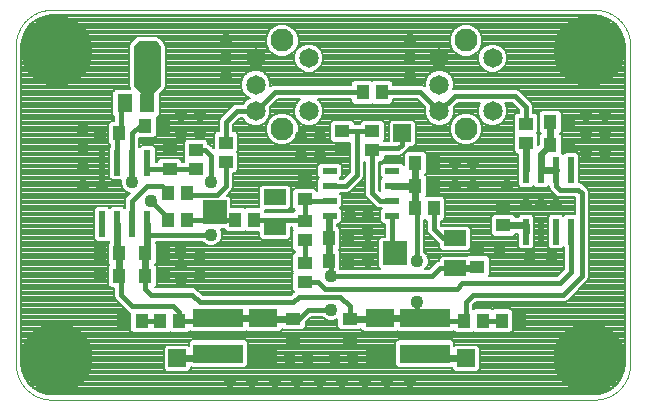
<source format=gtl>
G75*
%MOIN*%
%OFA0B0*%
%FSLAX25Y25*%
%IPPOS*%
%LPD*%
%AMOC8*
5,1,8,0,0,1.08239X$1,22.5*
%
%ADD10C,0.00394*%
%ADD11R,0.02362X0.08661*%
%ADD12R,0.04331X0.05118*%
%ADD13R,0.09449X0.06299*%
%ADD14R,0.07480X0.05197*%
%ADD15R,0.07874X0.07874*%
%ADD16R,0.05118X0.02362*%
%ADD17R,0.05118X0.04331*%
%ADD18R,0.05118X0.06299*%
%ADD19R,0.16535X0.06299*%
%ADD20C,0.06496*%
%ADD21C,0.07677*%
%ADD22C,0.23622*%
%ADD23C,0.00800*%
%ADD24C,0.04362*%
%ADD25C,0.01600*%
%ADD26C,0.02400*%
%ADD27R,0.05906X0.05906*%
D10*
X0032280Y0024681D02*
X0213383Y0024681D01*
X0213668Y0024684D01*
X0213954Y0024695D01*
X0214239Y0024712D01*
X0214523Y0024736D01*
X0214807Y0024767D01*
X0215090Y0024805D01*
X0215371Y0024850D01*
X0215652Y0024901D01*
X0215932Y0024959D01*
X0216210Y0025024D01*
X0216486Y0025096D01*
X0216760Y0025174D01*
X0217033Y0025259D01*
X0217303Y0025351D01*
X0217571Y0025449D01*
X0217837Y0025553D01*
X0218100Y0025664D01*
X0218360Y0025781D01*
X0218618Y0025904D01*
X0218872Y0026034D01*
X0219123Y0026170D01*
X0219371Y0026311D01*
X0219615Y0026459D01*
X0219856Y0026612D01*
X0220092Y0026772D01*
X0220325Y0026937D01*
X0220554Y0027107D01*
X0220779Y0027283D01*
X0220999Y0027465D01*
X0221215Y0027651D01*
X0221426Y0027843D01*
X0221633Y0028040D01*
X0221835Y0028242D01*
X0222032Y0028449D01*
X0222224Y0028660D01*
X0222410Y0028876D01*
X0222592Y0029096D01*
X0222768Y0029321D01*
X0222938Y0029550D01*
X0223103Y0029783D01*
X0223263Y0030019D01*
X0223416Y0030260D01*
X0223564Y0030504D01*
X0223705Y0030752D01*
X0223841Y0031003D01*
X0223971Y0031257D01*
X0224094Y0031515D01*
X0224211Y0031775D01*
X0224322Y0032038D01*
X0224426Y0032304D01*
X0224524Y0032572D01*
X0224616Y0032842D01*
X0224701Y0033115D01*
X0224779Y0033389D01*
X0224851Y0033665D01*
X0224916Y0033943D01*
X0224974Y0034223D01*
X0225025Y0034504D01*
X0225070Y0034785D01*
X0225108Y0035068D01*
X0225139Y0035352D01*
X0225163Y0035636D01*
X0225180Y0035921D01*
X0225191Y0036207D01*
X0225194Y0036492D01*
X0225194Y0142791D01*
X0225191Y0143076D01*
X0225180Y0143362D01*
X0225163Y0143647D01*
X0225139Y0143931D01*
X0225108Y0144215D01*
X0225070Y0144498D01*
X0225025Y0144779D01*
X0224974Y0145060D01*
X0224916Y0145340D01*
X0224851Y0145618D01*
X0224779Y0145894D01*
X0224701Y0146168D01*
X0224616Y0146441D01*
X0224524Y0146711D01*
X0224426Y0146979D01*
X0224322Y0147245D01*
X0224211Y0147508D01*
X0224094Y0147768D01*
X0223971Y0148026D01*
X0223841Y0148280D01*
X0223705Y0148531D01*
X0223564Y0148779D01*
X0223416Y0149023D01*
X0223263Y0149264D01*
X0223103Y0149500D01*
X0222938Y0149733D01*
X0222768Y0149962D01*
X0222592Y0150187D01*
X0222410Y0150407D01*
X0222224Y0150623D01*
X0222032Y0150834D01*
X0221835Y0151041D01*
X0221633Y0151243D01*
X0221426Y0151440D01*
X0221215Y0151632D01*
X0220999Y0151818D01*
X0220779Y0152000D01*
X0220554Y0152176D01*
X0220325Y0152346D01*
X0220092Y0152511D01*
X0219856Y0152671D01*
X0219615Y0152824D01*
X0219371Y0152972D01*
X0219123Y0153113D01*
X0218872Y0153249D01*
X0218618Y0153379D01*
X0218360Y0153502D01*
X0218100Y0153619D01*
X0217837Y0153730D01*
X0217571Y0153834D01*
X0217303Y0153932D01*
X0217033Y0154024D01*
X0216760Y0154109D01*
X0216486Y0154187D01*
X0216210Y0154259D01*
X0215932Y0154324D01*
X0215652Y0154382D01*
X0215371Y0154433D01*
X0215090Y0154478D01*
X0214807Y0154516D01*
X0214523Y0154547D01*
X0214239Y0154571D01*
X0213954Y0154588D01*
X0213668Y0154599D01*
X0213383Y0154602D01*
X0032280Y0154602D01*
X0031995Y0154599D01*
X0031709Y0154588D01*
X0031424Y0154571D01*
X0031140Y0154547D01*
X0030856Y0154516D01*
X0030573Y0154478D01*
X0030292Y0154433D01*
X0030011Y0154382D01*
X0029731Y0154324D01*
X0029453Y0154259D01*
X0029177Y0154187D01*
X0028903Y0154109D01*
X0028630Y0154024D01*
X0028360Y0153932D01*
X0028092Y0153834D01*
X0027826Y0153730D01*
X0027563Y0153619D01*
X0027303Y0153502D01*
X0027045Y0153379D01*
X0026791Y0153249D01*
X0026540Y0153113D01*
X0026292Y0152972D01*
X0026048Y0152824D01*
X0025807Y0152671D01*
X0025571Y0152511D01*
X0025338Y0152346D01*
X0025109Y0152176D01*
X0024884Y0152000D01*
X0024664Y0151818D01*
X0024448Y0151632D01*
X0024237Y0151440D01*
X0024030Y0151243D01*
X0023828Y0151041D01*
X0023631Y0150834D01*
X0023439Y0150623D01*
X0023253Y0150407D01*
X0023071Y0150187D01*
X0022895Y0149962D01*
X0022725Y0149733D01*
X0022560Y0149500D01*
X0022400Y0149264D01*
X0022247Y0149023D01*
X0022099Y0148779D01*
X0021958Y0148531D01*
X0021822Y0148280D01*
X0021692Y0148026D01*
X0021569Y0147768D01*
X0021452Y0147508D01*
X0021341Y0147245D01*
X0021237Y0146979D01*
X0021139Y0146711D01*
X0021047Y0146441D01*
X0020962Y0146168D01*
X0020884Y0145894D01*
X0020812Y0145618D01*
X0020747Y0145340D01*
X0020689Y0145060D01*
X0020638Y0144779D01*
X0020593Y0144498D01*
X0020555Y0144215D01*
X0020524Y0143931D01*
X0020500Y0143647D01*
X0020483Y0143362D01*
X0020472Y0143076D01*
X0020469Y0142791D01*
X0020469Y0036492D01*
X0020472Y0036207D01*
X0020483Y0035921D01*
X0020500Y0035636D01*
X0020524Y0035352D01*
X0020555Y0035068D01*
X0020593Y0034785D01*
X0020638Y0034504D01*
X0020689Y0034223D01*
X0020747Y0033943D01*
X0020812Y0033665D01*
X0020884Y0033389D01*
X0020962Y0033115D01*
X0021047Y0032842D01*
X0021139Y0032572D01*
X0021237Y0032304D01*
X0021341Y0032038D01*
X0021452Y0031775D01*
X0021569Y0031515D01*
X0021692Y0031257D01*
X0021822Y0031003D01*
X0021958Y0030752D01*
X0022099Y0030504D01*
X0022247Y0030260D01*
X0022400Y0030019D01*
X0022560Y0029783D01*
X0022725Y0029550D01*
X0022895Y0029321D01*
X0023071Y0029096D01*
X0023253Y0028876D01*
X0023439Y0028660D01*
X0023631Y0028449D01*
X0023828Y0028242D01*
X0024030Y0028040D01*
X0024237Y0027843D01*
X0024448Y0027651D01*
X0024664Y0027465D01*
X0024884Y0027283D01*
X0025109Y0027107D01*
X0025338Y0026937D01*
X0025571Y0026772D01*
X0025807Y0026612D01*
X0026048Y0026459D01*
X0026292Y0026311D01*
X0026540Y0026170D01*
X0026791Y0026034D01*
X0027045Y0025904D01*
X0027303Y0025781D01*
X0027563Y0025664D01*
X0027826Y0025553D01*
X0028092Y0025449D01*
X0028360Y0025351D01*
X0028630Y0025259D01*
X0028903Y0025174D01*
X0029177Y0025096D01*
X0029453Y0025024D01*
X0029731Y0024959D01*
X0030011Y0024901D01*
X0030292Y0024850D01*
X0030573Y0024805D01*
X0030856Y0024767D01*
X0031140Y0024736D01*
X0031424Y0024712D01*
X0031709Y0024695D01*
X0031995Y0024684D01*
X0032280Y0024681D01*
D11*
X0049219Y0083195D03*
X0054219Y0083195D03*
X0059219Y0083195D03*
X0064219Y0083195D03*
X0064219Y0103667D03*
X0059219Y0103667D03*
X0054219Y0103667D03*
X0049219Y0103667D03*
X0190469Y0101167D03*
X0195469Y0101167D03*
X0200469Y0101167D03*
X0205469Y0101167D03*
X0205469Y0080695D03*
X0200469Y0080695D03*
X0195469Y0080695D03*
X0190469Y0080695D03*
D12*
X0159869Y0088431D03*
X0153570Y0088431D03*
X0153570Y0095931D03*
X0159869Y0095931D03*
X0159869Y0103431D03*
X0153570Y0103431D03*
X0142369Y0127181D03*
X0136070Y0127181D03*
X0099869Y0084681D03*
X0093570Y0084681D03*
X0077369Y0084681D03*
X0071070Y0084681D03*
X0071070Y0093431D03*
X0077369Y0093431D03*
X0054869Y0113431D03*
X0048570Y0113431D03*
X0063570Y0115931D03*
X0069869Y0115931D03*
X0124820Y0078431D03*
X0131119Y0078431D03*
X0131119Y0070931D03*
X0124820Y0070931D03*
X0169820Y0050931D03*
X0176119Y0050931D03*
X0182320Y0050931D03*
X0188619Y0050931D03*
X0198570Y0109681D03*
X0204869Y0109681D03*
X0204869Y0117181D03*
X0198570Y0117181D03*
X0074869Y0050931D03*
X0068570Y0050931D03*
X0062369Y0050931D03*
X0056070Y0050931D03*
X0054869Y0065931D03*
X0048570Y0065931D03*
X0048570Y0073431D03*
X0054869Y0073431D03*
X0063570Y0073431D03*
X0069869Y0073431D03*
X0069869Y0065931D03*
X0063570Y0065931D03*
D13*
X0102969Y0051837D03*
X0102969Y0040026D03*
X0141719Y0040026D03*
X0141719Y0051837D03*
D14*
X0166719Y0068431D03*
X0166719Y0078431D03*
X0106719Y0082181D03*
X0106719Y0092181D03*
D15*
X0086719Y0087181D03*
X0146719Y0073431D03*
D16*
X0145902Y0085931D03*
X0145902Y0090931D03*
X0145902Y0095931D03*
X0145902Y0100931D03*
X0125036Y0100931D03*
X0125036Y0095931D03*
X0125036Y0090931D03*
X0125036Y0085931D03*
D17*
X0116719Y0084081D03*
X0116719Y0077781D03*
X0116719Y0070331D03*
X0116719Y0064031D03*
X0112969Y0051581D03*
X0112969Y0045281D03*
X0131719Y0045281D03*
X0131719Y0051581D03*
X0174219Y0069031D03*
X0174219Y0075331D03*
X0182969Y0082781D03*
X0182969Y0089081D03*
X0190469Y0110281D03*
X0190469Y0116581D03*
X0139219Y0114081D03*
X0139219Y0107781D03*
X0129219Y0107781D03*
X0129219Y0114081D03*
X0116719Y0097831D03*
X0116719Y0091531D03*
X0090469Y0104031D03*
X0090469Y0110331D03*
X0080469Y0107831D03*
X0080469Y0101531D03*
X0071719Y0101531D03*
X0071719Y0107831D03*
D18*
X0064209Y0123431D03*
X0056729Y0123431D03*
D19*
X0087969Y0051837D03*
X0087969Y0040026D03*
X0156719Y0040026D03*
X0156719Y0051837D03*
D20*
X0161611Y0120823D03*
X0161611Y0129681D03*
X0161611Y0138539D03*
X0179327Y0138539D03*
X0179327Y0120823D03*
X0118077Y0120823D03*
X0100361Y0120823D03*
X0100361Y0129681D03*
X0100361Y0138539D03*
X0118077Y0138539D03*
D21*
X0109219Y0144445D03*
X0109219Y0114917D03*
X0170469Y0114917D03*
X0170469Y0144445D03*
D22*
X0211414Y0140823D03*
X0211414Y0038461D03*
X0034249Y0038461D03*
X0034249Y0140823D03*
D23*
X0022389Y0144358D02*
X0023357Y0147338D01*
X0025199Y0149872D01*
X0027734Y0151714D01*
X0030714Y0152682D01*
X0032280Y0152806D01*
X0213383Y0152806D01*
X0214949Y0152682D01*
X0217929Y0151714D01*
X0220464Y0149872D01*
X0222305Y0147338D01*
X0223273Y0144358D01*
X0223397Y0142791D01*
X0223397Y0036492D01*
X0223273Y0034926D01*
X0222305Y0031946D01*
X0220464Y0029411D01*
X0217929Y0027569D01*
X0214949Y0026601D01*
X0213383Y0026478D01*
X0032280Y0026478D01*
X0030714Y0026601D01*
X0027734Y0027569D01*
X0025199Y0029411D01*
X0023357Y0031946D01*
X0022389Y0034926D01*
X0022266Y0036492D01*
X0022266Y0142791D01*
X0022389Y0144358D01*
X0022422Y0144458D02*
X0059352Y0144458D01*
X0059110Y0144216D02*
X0059110Y0144216D01*
X0060360Y0145466D01*
X0061242Y0145831D01*
X0067197Y0145831D01*
X0068079Y0145466D01*
X0070004Y0143541D01*
X0070369Y0142658D01*
X0070369Y0129204D01*
X0070004Y0128322D01*
X0069329Y0127646D01*
X0068368Y0126686D01*
X0068368Y0119619D01*
X0067431Y0118681D01*
X0067335Y0118681D01*
X0067335Y0112709D01*
X0066398Y0111772D01*
X0061619Y0111772D01*
X0061619Y0109042D01*
X0061719Y0108942D01*
X0062375Y0109598D01*
X0066063Y0109598D01*
X0067000Y0108661D01*
X0067000Y0103931D01*
X0067560Y0103931D01*
X0067560Y0104360D01*
X0068497Y0105297D01*
X0074941Y0105297D01*
X0075878Y0104360D01*
X0075878Y0103931D01*
X0076310Y0103931D01*
X0076310Y0104360D01*
X0076632Y0104681D01*
X0076310Y0105003D01*
X0076310Y0110659D01*
X0077247Y0111596D01*
X0083691Y0111596D01*
X0084628Y0110659D01*
X0084628Y0109990D01*
X0084929Y0109865D01*
X0086310Y0108484D01*
X0086310Y0113159D01*
X0087247Y0114096D01*
X0088069Y0114096D01*
X0088069Y0117658D01*
X0088435Y0118541D01*
X0089110Y0119216D01*
X0092751Y0122857D01*
X0093633Y0123223D01*
X0096108Y0123223D01*
X0096251Y0123569D01*
X0097615Y0124933D01*
X0098385Y0125252D01*
X0097615Y0125571D01*
X0096251Y0126935D01*
X0095513Y0128717D01*
X0095513Y0130645D01*
X0096251Y0132427D01*
X0097615Y0133791D01*
X0099397Y0134529D01*
X0101325Y0134529D01*
X0103107Y0133791D01*
X0104471Y0132427D01*
X0105209Y0130645D01*
X0105209Y0129065D01*
X0105360Y0129216D01*
X0106242Y0129581D01*
X0132304Y0129581D01*
X0132304Y0130403D01*
X0133241Y0131340D01*
X0138898Y0131340D01*
X0139219Y0131019D01*
X0139541Y0131340D01*
X0145197Y0131340D01*
X0146134Y0130403D01*
X0146134Y0129581D01*
X0155730Y0129581D01*
X0156612Y0129216D01*
X0156763Y0129065D01*
X0156763Y0130645D01*
X0157501Y0132427D01*
X0158865Y0133791D01*
X0160647Y0134529D01*
X0162575Y0134529D01*
X0164357Y0133791D01*
X0165721Y0132427D01*
X0166459Y0130645D01*
X0166459Y0128717D01*
X0166299Y0128331D01*
X0187197Y0128331D01*
X0188079Y0127966D01*
X0188754Y0127291D01*
X0192504Y0123541D01*
X0192869Y0122658D01*
X0192869Y0120346D01*
X0193691Y0120346D01*
X0194628Y0119409D01*
X0194628Y0113753D01*
X0194307Y0113431D01*
X0194628Y0113110D01*
X0194628Y0109700D01*
X0194804Y0109876D01*
X0194804Y0112903D01*
X0195332Y0113431D01*
X0194804Y0113959D01*
X0194804Y0120403D01*
X0195741Y0121340D01*
X0201398Y0121340D01*
X0202335Y0120403D01*
X0202335Y0113959D01*
X0201807Y0113431D01*
X0202335Y0112903D01*
X0202335Y0107076D01*
X0202969Y0106442D01*
X0203625Y0107098D01*
X0207313Y0107098D01*
X0208250Y0106161D01*
X0208250Y0097081D01*
X0208447Y0097081D01*
X0209329Y0096716D01*
X0211254Y0094791D01*
X0211619Y0093908D01*
X0211619Y0065454D01*
X0211254Y0064572D01*
X0210579Y0063896D01*
X0204329Y0057646D01*
X0203447Y0057281D01*
X0173963Y0057281D01*
X0172869Y0056187D01*
X0172869Y0054869D01*
X0172969Y0054769D01*
X0173291Y0055090D01*
X0178947Y0055090D01*
X0179219Y0054818D01*
X0179491Y0055090D01*
X0185148Y0055090D01*
X0186085Y0054153D01*
X0186085Y0047709D01*
X0185148Y0046772D01*
X0179491Y0046772D01*
X0179219Y0047044D01*
X0178947Y0046772D01*
X0173291Y0046772D01*
X0172969Y0047094D01*
X0172648Y0046772D01*
X0166991Y0046772D01*
X0166163Y0047600D01*
X0165650Y0047087D01*
X0147789Y0047087D01*
X0147448Y0047428D01*
X0147106Y0047087D01*
X0136332Y0047087D01*
X0135395Y0048024D01*
X0135395Y0048269D01*
X0134941Y0047815D01*
X0128497Y0047815D01*
X0127560Y0048753D01*
X0127560Y0051455D01*
X0126221Y0050900D01*
X0124717Y0050900D01*
X0123327Y0051476D01*
X0122522Y0052281D01*
X0118963Y0052281D01*
X0117128Y0050446D01*
X0117128Y0048753D01*
X0116191Y0047815D01*
X0109747Y0047815D01*
X0109294Y0048269D01*
X0109294Y0048024D01*
X0108356Y0047087D01*
X0097582Y0047087D01*
X0097241Y0047428D01*
X0096900Y0047087D01*
X0079039Y0047087D01*
X0078525Y0047600D01*
X0077697Y0046772D01*
X0072041Y0046772D01*
X0071719Y0047094D01*
X0071398Y0046772D01*
X0065741Y0046772D01*
X0065469Y0047044D01*
X0065197Y0046772D01*
X0059541Y0046772D01*
X0058603Y0047709D01*
X0058603Y0053588D01*
X0057860Y0053896D01*
X0054110Y0057646D01*
X0053435Y0058322D01*
X0053069Y0059204D01*
X0053069Y0061772D01*
X0052041Y0061772D01*
X0051103Y0062709D01*
X0051103Y0069153D01*
X0051632Y0069681D01*
X0051103Y0070209D01*
X0051103Y0076653D01*
X0051419Y0076969D01*
X0051419Y0077620D01*
X0051063Y0077264D01*
X0047375Y0077264D01*
X0046438Y0078201D01*
X0046438Y0088188D01*
X0047375Y0089126D01*
X0051063Y0089126D01*
X0051719Y0088469D01*
X0052375Y0089126D01*
X0056063Y0089126D01*
X0056719Y0088469D01*
X0056819Y0088569D01*
X0056819Y0091408D01*
X0057185Y0092291D01*
X0057860Y0092966D01*
X0058345Y0093451D01*
X0057077Y0093976D01*
X0056014Y0095039D01*
X0055438Y0096429D01*
X0055438Y0097737D01*
X0052375Y0097737D01*
X0051438Y0098674D01*
X0051438Y0108661D01*
X0051819Y0109042D01*
X0051819Y0109494D01*
X0051103Y0110209D01*
X0051103Y0116653D01*
X0052041Y0117590D01*
X0053069Y0117590D01*
X0053069Y0119120D01*
X0052570Y0119619D01*
X0052570Y0127243D01*
X0053507Y0128181D01*
X0058575Y0128181D01*
X0058435Y0128322D01*
X0058069Y0129204D01*
X0058069Y0142658D01*
X0058435Y0143541D01*
X0059110Y0144216D01*
X0058553Y0143659D02*
X0022334Y0143659D01*
X0022271Y0142861D02*
X0058153Y0142861D01*
X0058069Y0142062D02*
X0022266Y0142062D01*
X0022266Y0141264D02*
X0058069Y0141264D01*
X0058069Y0140465D02*
X0022266Y0140465D01*
X0022266Y0139667D02*
X0058069Y0139667D01*
X0058069Y0138868D02*
X0022266Y0138868D01*
X0022266Y0138070D02*
X0058069Y0138070D01*
X0058069Y0137271D02*
X0022266Y0137271D01*
X0022266Y0136473D02*
X0058069Y0136473D01*
X0058069Y0135674D02*
X0022266Y0135674D01*
X0022266Y0134876D02*
X0058069Y0134876D01*
X0058069Y0134077D02*
X0022266Y0134077D01*
X0022266Y0133279D02*
X0058069Y0133279D01*
X0058069Y0132480D02*
X0022266Y0132480D01*
X0022266Y0131682D02*
X0058069Y0131682D01*
X0058069Y0130883D02*
X0022266Y0130883D01*
X0022266Y0130085D02*
X0058069Y0130085D01*
X0058069Y0129286D02*
X0022266Y0129286D01*
X0022266Y0128488D02*
X0058366Y0128488D01*
X0053016Y0127689D02*
X0022266Y0127689D01*
X0022266Y0126891D02*
X0052570Y0126891D01*
X0052570Y0126092D02*
X0022266Y0126092D01*
X0022266Y0125294D02*
X0052570Y0125294D01*
X0052570Y0124495D02*
X0022266Y0124495D01*
X0022266Y0123697D02*
X0052570Y0123697D01*
X0052570Y0122898D02*
X0022266Y0122898D01*
X0022266Y0122099D02*
X0052570Y0122099D01*
X0052570Y0121301D02*
X0022266Y0121301D01*
X0022266Y0120502D02*
X0052570Y0120502D01*
X0052570Y0119704D02*
X0022266Y0119704D01*
X0022266Y0118905D02*
X0053069Y0118905D01*
X0053069Y0118107D02*
X0022266Y0118107D01*
X0022266Y0117308D02*
X0051759Y0117308D01*
X0051103Y0116510D02*
X0022266Y0116510D01*
X0022266Y0115711D02*
X0051103Y0115711D01*
X0051103Y0114913D02*
X0022266Y0114913D01*
X0022266Y0114114D02*
X0051103Y0114114D01*
X0051103Y0113316D02*
X0022266Y0113316D01*
X0022266Y0112517D02*
X0051103Y0112517D01*
X0051103Y0111719D02*
X0022266Y0111719D01*
X0022266Y0110920D02*
X0051103Y0110920D01*
X0051191Y0110122D02*
X0022266Y0110122D01*
X0022266Y0109323D02*
X0051819Y0109323D01*
X0051438Y0108525D02*
X0022266Y0108525D01*
X0022266Y0107726D02*
X0051438Y0107726D01*
X0051438Y0106928D02*
X0022266Y0106928D01*
X0022266Y0106129D02*
X0051438Y0106129D01*
X0051438Y0105331D02*
X0022266Y0105331D01*
X0022266Y0104532D02*
X0051438Y0104532D01*
X0051438Y0103734D02*
X0022266Y0103734D01*
X0022266Y0102935D02*
X0051438Y0102935D01*
X0051438Y0102137D02*
X0022266Y0102137D01*
X0022266Y0101338D02*
X0051438Y0101338D01*
X0051438Y0100540D02*
X0022266Y0100540D01*
X0022266Y0099741D02*
X0051438Y0099741D01*
X0051438Y0098943D02*
X0022266Y0098943D01*
X0022266Y0098144D02*
X0051968Y0098144D01*
X0055438Y0097346D02*
X0022266Y0097346D01*
X0022266Y0096547D02*
X0055438Y0096547D01*
X0055720Y0095749D02*
X0022266Y0095749D01*
X0022266Y0094950D02*
X0056103Y0094950D01*
X0056901Y0094152D02*
X0022266Y0094152D01*
X0022266Y0093353D02*
X0058247Y0093353D01*
X0057449Y0092555D02*
X0022266Y0092555D01*
X0022266Y0091756D02*
X0056963Y0091756D01*
X0056819Y0090958D02*
X0022266Y0090958D01*
X0022266Y0090159D02*
X0056819Y0090159D01*
X0056819Y0089361D02*
X0022266Y0089361D01*
X0022266Y0088562D02*
X0046812Y0088562D01*
X0046438Y0087763D02*
X0022266Y0087763D01*
X0022266Y0086965D02*
X0046438Y0086965D01*
X0046438Y0086166D02*
X0022266Y0086166D01*
X0022266Y0085368D02*
X0046438Y0085368D01*
X0046438Y0084569D02*
X0022266Y0084569D01*
X0022266Y0083771D02*
X0046438Y0083771D01*
X0046438Y0082972D02*
X0022266Y0082972D01*
X0022266Y0082174D02*
X0046438Y0082174D01*
X0046438Y0081375D02*
X0022266Y0081375D01*
X0022266Y0080577D02*
X0046438Y0080577D01*
X0046438Y0079778D02*
X0022266Y0079778D01*
X0022266Y0078980D02*
X0046438Y0078980D01*
X0046458Y0078181D02*
X0022266Y0078181D01*
X0022266Y0077383D02*
X0047257Y0077383D01*
X0051182Y0077383D02*
X0051419Y0077383D01*
X0051103Y0076584D02*
X0022266Y0076584D01*
X0022266Y0075786D02*
X0051103Y0075786D01*
X0051103Y0074987D02*
X0022266Y0074987D01*
X0022266Y0074189D02*
X0051103Y0074189D01*
X0051103Y0073390D02*
X0022266Y0073390D01*
X0022266Y0072592D02*
X0051103Y0072592D01*
X0051103Y0071793D02*
X0022266Y0071793D01*
X0022266Y0070995D02*
X0051103Y0070995D01*
X0051116Y0070196D02*
X0022266Y0070196D01*
X0022266Y0069398D02*
X0051348Y0069398D01*
X0051103Y0068599D02*
X0022266Y0068599D01*
X0022266Y0067801D02*
X0051103Y0067801D01*
X0051103Y0067002D02*
X0022266Y0067002D01*
X0022266Y0066204D02*
X0051103Y0066204D01*
X0051103Y0065405D02*
X0022266Y0065405D01*
X0022266Y0064607D02*
X0051103Y0064607D01*
X0051103Y0063808D02*
X0022266Y0063808D01*
X0022266Y0063010D02*
X0051103Y0063010D01*
X0051602Y0062211D02*
X0022266Y0062211D01*
X0022266Y0061413D02*
X0053069Y0061413D01*
X0053069Y0060614D02*
X0022266Y0060614D01*
X0022266Y0059816D02*
X0053069Y0059816D01*
X0053146Y0059017D02*
X0022266Y0059017D01*
X0022266Y0058219D02*
X0053538Y0058219D01*
X0054336Y0057420D02*
X0022266Y0057420D01*
X0022266Y0056622D02*
X0055135Y0056622D01*
X0055933Y0055823D02*
X0022266Y0055823D01*
X0022266Y0055025D02*
X0056732Y0055025D01*
X0057530Y0054226D02*
X0022266Y0054226D01*
X0022266Y0053428D02*
X0058603Y0053428D01*
X0058603Y0052629D02*
X0022266Y0052629D01*
X0022266Y0051830D02*
X0058603Y0051830D01*
X0058603Y0051032D02*
X0022266Y0051032D01*
X0022266Y0050233D02*
X0058603Y0050233D01*
X0058603Y0049435D02*
X0022266Y0049435D01*
X0022266Y0048636D02*
X0058603Y0048636D01*
X0058603Y0047838D02*
X0022266Y0047838D01*
X0022266Y0047039D02*
X0059273Y0047039D01*
X0065464Y0047039D02*
X0065474Y0047039D01*
X0071665Y0047039D02*
X0071773Y0047039D01*
X0070604Y0042984D02*
X0069666Y0042047D01*
X0069666Y0034816D01*
X0070604Y0033878D01*
X0077835Y0033878D01*
X0078772Y0034816D01*
X0078772Y0035543D01*
X0079039Y0035276D01*
X0096900Y0035276D01*
X0097837Y0036213D01*
X0097837Y0043838D01*
X0096900Y0044775D01*
X0079039Y0044775D01*
X0078101Y0043838D01*
X0078101Y0042717D01*
X0077835Y0042984D01*
X0070604Y0042984D01*
X0069868Y0042248D02*
X0022266Y0042248D01*
X0022266Y0041450D02*
X0069666Y0041450D01*
X0069666Y0040651D02*
X0022266Y0040651D01*
X0022266Y0039853D02*
X0069666Y0039853D01*
X0069666Y0039054D02*
X0022266Y0039054D01*
X0022266Y0038256D02*
X0069666Y0038256D01*
X0069666Y0037457D02*
X0022266Y0037457D01*
X0022266Y0036659D02*
X0069666Y0036659D01*
X0069666Y0035860D02*
X0022316Y0035860D01*
X0022379Y0035062D02*
X0069666Y0035062D01*
X0070219Y0034263D02*
X0022604Y0034263D01*
X0022864Y0033465D02*
X0222799Y0033465D01*
X0223058Y0034263D02*
X0174470Y0034263D01*
X0174085Y0033878D02*
X0175022Y0034816D01*
X0175022Y0042047D01*
X0174085Y0042984D01*
X0166854Y0042984D01*
X0166587Y0042717D01*
X0166587Y0043838D01*
X0165650Y0044775D01*
X0147789Y0044775D01*
X0146851Y0043838D01*
X0146851Y0036213D01*
X0147789Y0035276D01*
X0165650Y0035276D01*
X0165916Y0035543D01*
X0165916Y0034816D01*
X0166854Y0033878D01*
X0174085Y0033878D01*
X0175022Y0035062D02*
X0223284Y0035062D01*
X0223347Y0035860D02*
X0175022Y0035860D01*
X0175022Y0036659D02*
X0223397Y0036659D01*
X0223397Y0037457D02*
X0175022Y0037457D01*
X0175022Y0038256D02*
X0223397Y0038256D01*
X0223397Y0039054D02*
X0175022Y0039054D01*
X0175022Y0039853D02*
X0223397Y0039853D01*
X0223397Y0040651D02*
X0175022Y0040651D01*
X0175022Y0041450D02*
X0223397Y0041450D01*
X0223397Y0042248D02*
X0174820Y0042248D01*
X0173023Y0047039D02*
X0172915Y0047039D01*
X0179214Y0047039D02*
X0179224Y0047039D01*
X0185415Y0047039D02*
X0223397Y0047039D01*
X0223397Y0046241D02*
X0022266Y0046241D01*
X0022266Y0045442D02*
X0223397Y0045442D01*
X0223397Y0044644D02*
X0165781Y0044644D01*
X0166579Y0043845D02*
X0223397Y0043845D01*
X0223397Y0043047D02*
X0166587Y0043047D01*
X0166724Y0047039D02*
X0077964Y0047039D01*
X0078907Y0044644D02*
X0022266Y0044644D01*
X0022266Y0043845D02*
X0078109Y0043845D01*
X0078101Y0043047D02*
X0022266Y0043047D01*
X0023123Y0032666D02*
X0222539Y0032666D01*
X0222249Y0031868D02*
X0023414Y0031868D01*
X0023994Y0031069D02*
X0221668Y0031069D01*
X0221088Y0030271D02*
X0024575Y0030271D01*
X0025155Y0029472D02*
X0220508Y0029472D01*
X0219449Y0028674D02*
X0026214Y0028674D01*
X0027313Y0027875D02*
X0218350Y0027875D01*
X0216412Y0027077D02*
X0029250Y0027077D01*
X0078220Y0034263D02*
X0166469Y0034263D01*
X0165916Y0035062D02*
X0078772Y0035062D01*
X0097031Y0044644D02*
X0147657Y0044644D01*
X0146859Y0043845D02*
X0097829Y0043845D01*
X0097837Y0043047D02*
X0146851Y0043047D01*
X0146851Y0042248D02*
X0097837Y0042248D01*
X0097837Y0041450D02*
X0146851Y0041450D01*
X0146851Y0040651D02*
X0097837Y0040651D01*
X0097837Y0039853D02*
X0146851Y0039853D01*
X0146851Y0039054D02*
X0097837Y0039054D01*
X0097837Y0038256D02*
X0146851Y0038256D01*
X0146851Y0037457D02*
X0097837Y0037457D01*
X0097837Y0036659D02*
X0146851Y0036659D01*
X0147204Y0035860D02*
X0097484Y0035860D01*
X0109107Y0047838D02*
X0109725Y0047838D01*
X0116214Y0047838D02*
X0128475Y0047838D01*
X0127676Y0048636D02*
X0117012Y0048636D01*
X0117128Y0049435D02*
X0127560Y0049435D01*
X0127560Y0050233D02*
X0117128Y0050233D01*
X0117714Y0051032D02*
X0124398Y0051032D01*
X0122972Y0051830D02*
X0118513Y0051830D01*
X0126540Y0051032D02*
X0127560Y0051032D01*
X0134964Y0047838D02*
X0135581Y0047838D01*
X0113079Y0060685D02*
X0112810Y0060416D01*
X0111975Y0059581D01*
X0082713Y0059581D01*
X0080579Y0061716D01*
X0079697Y0062081D01*
X0066707Y0062081D01*
X0067335Y0062709D01*
X0067335Y0069153D01*
X0066807Y0069681D01*
X0067335Y0070209D01*
X0067335Y0076653D01*
X0067019Y0076969D01*
X0067019Y0077281D01*
X0082522Y0077281D01*
X0083327Y0076476D01*
X0084717Y0075900D01*
X0086221Y0075900D01*
X0087611Y0076476D01*
X0088675Y0077539D01*
X0089250Y0078929D01*
X0089250Y0080433D01*
X0088749Y0081644D01*
X0089804Y0081644D01*
X0089804Y0081459D01*
X0090741Y0080522D01*
X0096398Y0080522D01*
X0096719Y0080844D01*
X0097041Y0080522D01*
X0101379Y0080522D01*
X0101379Y0078920D01*
X0102316Y0077983D01*
X0111122Y0077983D01*
X0112059Y0078920D01*
X0112059Y0082281D01*
X0112560Y0082281D01*
X0112560Y0081253D01*
X0112882Y0080931D01*
X0112560Y0080610D01*
X0112560Y0074953D01*
X0113457Y0074056D01*
X0112560Y0073159D01*
X0112560Y0067503D01*
X0112882Y0067181D01*
X0112560Y0066860D01*
X0112560Y0061203D01*
X0113079Y0060685D01*
X0113008Y0060614D02*
X0081680Y0060614D01*
X0080882Y0061413D02*
X0112560Y0061413D01*
X0112560Y0062211D02*
X0066837Y0062211D01*
X0067335Y0063010D02*
X0112560Y0063010D01*
X0112560Y0063808D02*
X0067335Y0063808D01*
X0067335Y0064607D02*
X0112560Y0064607D01*
X0112560Y0065405D02*
X0067335Y0065405D01*
X0067335Y0066204D02*
X0112560Y0066204D01*
X0112703Y0067002D02*
X0067335Y0067002D01*
X0067335Y0067801D02*
X0112560Y0067801D01*
X0112560Y0068599D02*
X0067335Y0068599D01*
X0067090Y0069398D02*
X0112560Y0069398D01*
X0112560Y0070196D02*
X0067322Y0070196D01*
X0067335Y0070995D02*
X0112560Y0070995D01*
X0112560Y0071793D02*
X0067335Y0071793D01*
X0067335Y0072592D02*
X0112560Y0072592D01*
X0112792Y0073390D02*
X0067335Y0073390D01*
X0067335Y0074189D02*
X0113325Y0074189D01*
X0112560Y0074987D02*
X0067335Y0074987D01*
X0067335Y0075786D02*
X0112560Y0075786D01*
X0112560Y0076584D02*
X0087720Y0076584D01*
X0088518Y0077383D02*
X0112560Y0077383D01*
X0112560Y0078181D02*
X0111321Y0078181D01*
X0112059Y0078980D02*
X0112560Y0078980D01*
X0112560Y0079778D02*
X0112059Y0079778D01*
X0112059Y0080577D02*
X0112560Y0080577D01*
X0112560Y0081375D02*
X0112059Y0081375D01*
X0112059Y0082174D02*
X0112560Y0082174D01*
X0112732Y0087081D02*
X0103634Y0087081D01*
X0103634Y0087903D01*
X0103554Y0087983D01*
X0111122Y0087983D01*
X0112059Y0088920D01*
X0112059Y0095442D01*
X0111122Y0096380D01*
X0102316Y0096380D01*
X0101379Y0095442D01*
X0101379Y0088920D01*
X0101459Y0088840D01*
X0097041Y0088840D01*
X0096719Y0088519D01*
X0096398Y0088840D01*
X0092256Y0088840D01*
X0092256Y0091781D01*
X0091319Y0092718D01*
X0090650Y0092718D01*
X0091829Y0093896D01*
X0092504Y0094572D01*
X0092869Y0095454D01*
X0092869Y0100266D01*
X0093691Y0100266D01*
X0094628Y0101203D01*
X0094628Y0106860D01*
X0094307Y0107181D01*
X0094628Y0107503D01*
X0094628Y0113159D01*
X0093691Y0114096D01*
X0092869Y0114096D01*
X0092869Y0116187D01*
X0095105Y0118423D01*
X0096108Y0118423D01*
X0096251Y0118077D01*
X0097615Y0116713D01*
X0099397Y0115975D01*
X0101325Y0115975D01*
X0103107Y0116713D01*
X0104471Y0118077D01*
X0105209Y0119858D01*
X0105209Y0121787D01*
X0105066Y0122133D01*
X0107713Y0124781D01*
X0115180Y0124781D01*
X0113967Y0123569D01*
X0113229Y0121787D01*
X0113229Y0119858D01*
X0113967Y0118077D01*
X0115331Y0116713D01*
X0117113Y0115975D01*
X0119042Y0115975D01*
X0120824Y0116713D01*
X0122187Y0118077D01*
X0122925Y0119858D01*
X0122925Y0121787D01*
X0122187Y0123569D01*
X0120975Y0124781D01*
X0132304Y0124781D01*
X0132304Y0123959D01*
X0133241Y0123022D01*
X0138898Y0123022D01*
X0139219Y0123344D01*
X0139541Y0123022D01*
X0145197Y0123022D01*
X0146134Y0123959D01*
X0146134Y0124781D01*
X0154259Y0124781D01*
X0156906Y0122133D01*
X0156763Y0121787D01*
X0156763Y0119858D01*
X0157501Y0118077D01*
X0158865Y0116713D01*
X0160647Y0115975D01*
X0162575Y0115975D01*
X0164357Y0116713D01*
X0165721Y0118077D01*
X0166459Y0119858D01*
X0166459Y0121787D01*
X0166316Y0122133D01*
X0167713Y0123531D01*
X0175202Y0123531D01*
X0174479Y0121787D01*
X0174479Y0119858D01*
X0175217Y0118077D01*
X0176581Y0116713D01*
X0178363Y0115975D01*
X0180292Y0115975D01*
X0182074Y0116713D01*
X0183437Y0118077D01*
X0184175Y0119858D01*
X0184175Y0121787D01*
X0183453Y0123531D01*
X0185725Y0123531D01*
X0188069Y0121187D01*
X0188069Y0120346D01*
X0187247Y0120346D01*
X0186310Y0119409D01*
X0186310Y0113753D01*
X0186632Y0113431D01*
X0186310Y0113110D01*
X0186310Y0107453D01*
X0187247Y0106516D01*
X0187669Y0106516D01*
X0187669Y0100610D01*
X0187688Y0100565D01*
X0187688Y0096174D01*
X0188625Y0095237D01*
X0192313Y0095237D01*
X0192969Y0095893D01*
X0193625Y0095237D01*
X0197313Y0095237D01*
X0197969Y0095893D01*
X0198069Y0095793D01*
X0198069Y0095454D01*
X0198435Y0094572D01*
X0199685Y0093322D01*
X0200360Y0092646D01*
X0201242Y0092281D01*
X0206819Y0092281D01*
X0206819Y0086626D01*
X0203625Y0086626D01*
X0202969Y0085969D01*
X0202313Y0086626D01*
X0198625Y0086626D01*
X0197688Y0085688D01*
X0197688Y0075701D01*
X0198625Y0074764D01*
X0202313Y0074764D01*
X0202969Y0075420D01*
X0203069Y0075320D01*
X0203069Y0068175D01*
X0200725Y0065831D01*
X0178006Y0065831D01*
X0178378Y0066203D01*
X0178378Y0071860D01*
X0177441Y0072797D01*
X0170997Y0072797D01*
X0170830Y0072630D01*
X0162316Y0072630D01*
X0161379Y0071692D01*
X0161379Y0070831D01*
X0161242Y0070831D01*
X0160360Y0070466D01*
X0159685Y0069791D01*
X0158225Y0068331D01*
X0156966Y0068331D01*
X0157425Y0068789D01*
X0158000Y0070179D01*
X0158000Y0071683D01*
X0157425Y0073073D01*
X0156619Y0073878D01*
X0156619Y0084494D01*
X0156719Y0084594D01*
X0157041Y0084272D01*
X0157469Y0084272D01*
X0157469Y0081054D01*
X0157834Y0080172D01*
X0158509Y0079497D01*
X0161379Y0076627D01*
X0161379Y0075170D01*
X0162316Y0074233D01*
X0171122Y0074233D01*
X0172059Y0075170D01*
X0172059Y0081692D01*
X0171122Y0082630D01*
X0162316Y0082630D01*
X0162269Y0082582D01*
X0162269Y0084272D01*
X0162697Y0084272D01*
X0163634Y0085209D01*
X0163634Y0091653D01*
X0162697Y0092590D01*
X0157216Y0092590D01*
X0157335Y0092709D01*
X0157335Y0099153D01*
X0156807Y0099681D01*
X0157335Y0100209D01*
X0157335Y0106653D01*
X0156398Y0107590D01*
X0150741Y0107590D01*
X0149804Y0106653D01*
X0149804Y0103032D01*
X0149124Y0103712D01*
X0142680Y0103712D01*
X0141743Y0102775D01*
X0141743Y0099087D01*
X0142399Y0098431D01*
X0141743Y0097775D01*
X0141743Y0094301D01*
X0141619Y0094425D01*
X0141619Y0104016D01*
X0142441Y0104016D01*
X0143378Y0104953D01*
X0143378Y0106031D01*
X0148447Y0106031D01*
X0149329Y0106396D01*
X0150004Y0107072D01*
X0151254Y0108322D01*
X0151484Y0108878D01*
X0152835Y0108878D01*
X0153772Y0109816D01*
X0153772Y0117047D01*
X0152835Y0117984D01*
X0145604Y0117984D01*
X0144666Y0117047D01*
X0144666Y0110831D01*
X0143157Y0110831D01*
X0143057Y0110931D01*
X0143378Y0111253D01*
X0143378Y0116909D01*
X0142441Y0117846D01*
X0135997Y0117846D01*
X0135060Y0116909D01*
X0135060Y0116481D01*
X0133378Y0116481D01*
X0133378Y0116909D01*
X0132441Y0117846D01*
X0125997Y0117846D01*
X0125060Y0116909D01*
X0125060Y0111253D01*
X0125997Y0110315D01*
X0131819Y0110315D01*
X0131819Y0100675D01*
X0129475Y0098331D01*
X0128639Y0098331D01*
X0128539Y0098431D01*
X0129195Y0099087D01*
X0129195Y0102775D01*
X0128258Y0103712D01*
X0121814Y0103712D01*
X0120877Y0102775D01*
X0120877Y0099087D01*
X0121533Y0098431D01*
X0120877Y0097775D01*
X0120877Y0094361D01*
X0119941Y0095297D01*
X0113497Y0095297D01*
X0112560Y0094360D01*
X0112560Y0088703D01*
X0113457Y0087806D01*
X0112732Y0087081D01*
X0113415Y0087763D02*
X0103634Y0087763D01*
X0101379Y0089361D02*
X0092256Y0089361D01*
X0092256Y0090159D02*
X0101379Y0090159D01*
X0101379Y0090958D02*
X0092256Y0090958D01*
X0092256Y0091756D02*
X0101379Y0091756D01*
X0101379Y0092555D02*
X0091482Y0092555D01*
X0091285Y0093353D02*
X0101379Y0093353D01*
X0101379Y0094152D02*
X0092084Y0094152D01*
X0092661Y0094950D02*
X0101379Y0094950D01*
X0101685Y0095749D02*
X0092869Y0095749D01*
X0092869Y0096547D02*
X0120877Y0096547D01*
X0120877Y0095749D02*
X0111753Y0095749D01*
X0112059Y0094950D02*
X0113151Y0094950D01*
X0112560Y0094152D02*
X0112059Y0094152D01*
X0112059Y0093353D02*
X0112560Y0093353D01*
X0112560Y0092555D02*
X0112059Y0092555D01*
X0112059Y0091756D02*
X0112560Y0091756D01*
X0112560Y0090958D02*
X0112059Y0090958D01*
X0112059Y0090159D02*
X0112560Y0090159D01*
X0112560Y0089361D02*
X0112059Y0089361D01*
X0111701Y0088562D02*
X0112701Y0088562D01*
X0120288Y0094950D02*
X0120877Y0094950D01*
X0120877Y0097346D02*
X0092869Y0097346D01*
X0092869Y0098144D02*
X0121246Y0098144D01*
X0121022Y0098943D02*
X0092869Y0098943D01*
X0092869Y0099741D02*
X0120877Y0099741D01*
X0120877Y0100540D02*
X0093964Y0100540D01*
X0094628Y0101338D02*
X0120877Y0101338D01*
X0120877Y0102137D02*
X0094628Y0102137D01*
X0094628Y0102935D02*
X0121037Y0102935D01*
X0129035Y0102935D02*
X0131819Y0102935D01*
X0131819Y0102137D02*
X0129195Y0102137D01*
X0129195Y0101338D02*
X0131819Y0101338D01*
X0131684Y0100540D02*
X0129195Y0100540D01*
X0129195Y0099741D02*
X0130885Y0099741D01*
X0130087Y0098943D02*
X0129051Y0098943D01*
X0132882Y0094950D02*
X0136819Y0094950D01*
X0136819Y0094152D02*
X0132084Y0094152D01*
X0131829Y0093896D02*
X0135579Y0097646D01*
X0136254Y0098322D01*
X0136619Y0099204D01*
X0136619Y0104016D01*
X0136819Y0104016D01*
X0136819Y0092954D01*
X0137185Y0092072D01*
X0137860Y0091396D01*
X0140360Y0088896D01*
X0141242Y0088531D01*
X0142299Y0088531D01*
X0142399Y0088431D01*
X0141743Y0087775D01*
X0141743Y0084087D01*
X0142680Y0083150D01*
X0143502Y0083150D01*
X0143502Y0078968D01*
X0142119Y0078968D01*
X0141182Y0078031D01*
X0141182Y0068831D01*
X0141682Y0068331D01*
X0128585Y0068331D01*
X0128585Y0074153D01*
X0128057Y0074681D01*
X0128585Y0075209D01*
X0128585Y0081653D01*
X0127648Y0082590D01*
X0127620Y0082590D01*
X0127620Y0083150D01*
X0128258Y0083150D01*
X0129195Y0084087D01*
X0129195Y0087775D01*
X0128539Y0088431D01*
X0129195Y0089087D01*
X0129195Y0092775D01*
X0128539Y0093431D01*
X0128639Y0093531D01*
X0130947Y0093531D01*
X0131829Y0093896D01*
X0133681Y0095749D02*
X0136819Y0095749D01*
X0136819Y0096547D02*
X0134479Y0096547D01*
X0135278Y0097346D02*
X0136819Y0097346D01*
X0136819Y0098144D02*
X0136076Y0098144D01*
X0136511Y0098943D02*
X0136819Y0098943D01*
X0136819Y0099741D02*
X0136619Y0099741D01*
X0136619Y0100540D02*
X0136819Y0100540D01*
X0136819Y0101338D02*
X0136619Y0101338D01*
X0136619Y0102137D02*
X0136819Y0102137D01*
X0136819Y0102935D02*
X0136619Y0102935D01*
X0136619Y0103734D02*
X0136819Y0103734D01*
X0141619Y0103734D02*
X0149804Y0103734D01*
X0149804Y0104532D02*
X0142957Y0104532D01*
X0143378Y0105331D02*
X0149804Y0105331D01*
X0149804Y0106129D02*
X0148684Y0106129D01*
X0149860Y0106928D02*
X0150079Y0106928D01*
X0150658Y0107726D02*
X0186310Y0107726D01*
X0186310Y0108525D02*
X0151338Y0108525D01*
X0153280Y0109323D02*
X0186310Y0109323D01*
X0186310Y0110122D02*
X0173103Y0110122D01*
X0173550Y0110307D02*
X0175080Y0111837D01*
X0175908Y0113836D01*
X0175908Y0115999D01*
X0175080Y0117998D01*
X0173550Y0119528D01*
X0171551Y0120356D01*
X0169387Y0120356D01*
X0167388Y0119528D01*
X0165859Y0117998D01*
X0165031Y0115999D01*
X0165031Y0113836D01*
X0165859Y0111837D01*
X0167388Y0110307D01*
X0169387Y0109479D01*
X0171551Y0109479D01*
X0173550Y0110307D01*
X0174163Y0110920D02*
X0186310Y0110920D01*
X0186310Y0111719D02*
X0174962Y0111719D01*
X0175362Y0112517D02*
X0186310Y0112517D01*
X0186516Y0113316D02*
X0175692Y0113316D01*
X0175908Y0114114D02*
X0186310Y0114114D01*
X0186310Y0114913D02*
X0175908Y0114913D01*
X0175908Y0115711D02*
X0186310Y0115711D01*
X0186310Y0116510D02*
X0181584Y0116510D01*
X0182669Y0117308D02*
X0186310Y0117308D01*
X0186310Y0118107D02*
X0183450Y0118107D01*
X0183781Y0118905D02*
X0186310Y0118905D01*
X0186605Y0119704D02*
X0184111Y0119704D01*
X0184175Y0120502D02*
X0188069Y0120502D01*
X0187955Y0121301D02*
X0184175Y0121301D01*
X0184046Y0122099D02*
X0187157Y0122099D01*
X0186358Y0122898D02*
X0183715Y0122898D01*
X0188355Y0127689D02*
X0223397Y0127689D01*
X0223397Y0126891D02*
X0189154Y0126891D01*
X0189952Y0126092D02*
X0223397Y0126092D01*
X0223397Y0125294D02*
X0190751Y0125294D01*
X0191549Y0124495D02*
X0223397Y0124495D01*
X0223397Y0123697D02*
X0192348Y0123697D01*
X0192770Y0122898D02*
X0223397Y0122898D01*
X0223397Y0122099D02*
X0192869Y0122099D01*
X0192869Y0121301D02*
X0195702Y0121301D01*
X0194904Y0120502D02*
X0192869Y0120502D01*
X0194333Y0119704D02*
X0194804Y0119704D01*
X0194804Y0118905D02*
X0194628Y0118905D01*
X0194628Y0118107D02*
X0194804Y0118107D01*
X0194804Y0117308D02*
X0194628Y0117308D01*
X0194628Y0116510D02*
X0194804Y0116510D01*
X0194804Y0115711D02*
X0194628Y0115711D01*
X0194628Y0114913D02*
X0194804Y0114913D01*
X0194804Y0114114D02*
X0194628Y0114114D01*
X0194422Y0113316D02*
X0195217Y0113316D01*
X0194804Y0112517D02*
X0194628Y0112517D01*
X0194628Y0111719D02*
X0194804Y0111719D01*
X0194804Y0110920D02*
X0194628Y0110920D01*
X0194628Y0110122D02*
X0194804Y0110122D01*
X0187669Y0106129D02*
X0157335Y0106129D01*
X0157335Y0105331D02*
X0187669Y0105331D01*
X0187669Y0104532D02*
X0157335Y0104532D01*
X0157335Y0103734D02*
X0187669Y0103734D01*
X0187669Y0102935D02*
X0157335Y0102935D01*
X0157335Y0102137D02*
X0187669Y0102137D01*
X0187669Y0101338D02*
X0157335Y0101338D01*
X0157335Y0100540D02*
X0187688Y0100540D01*
X0187688Y0099741D02*
X0156867Y0099741D01*
X0157335Y0098943D02*
X0187688Y0098943D01*
X0187688Y0098144D02*
X0157335Y0098144D01*
X0157335Y0097346D02*
X0187688Y0097346D01*
X0187688Y0096547D02*
X0157335Y0096547D01*
X0157335Y0095749D02*
X0188113Y0095749D01*
X0192825Y0095749D02*
X0193113Y0095749D01*
X0197825Y0095749D02*
X0198069Y0095749D01*
X0198278Y0094950D02*
X0157335Y0094950D01*
X0157335Y0094152D02*
X0198855Y0094152D01*
X0199653Y0093353D02*
X0157335Y0093353D01*
X0162732Y0092555D02*
X0200582Y0092555D01*
X0206819Y0091756D02*
X0163531Y0091756D01*
X0163634Y0090958D02*
X0206819Y0090958D01*
X0206819Y0090159D02*
X0163634Y0090159D01*
X0163634Y0089361D02*
X0206819Y0089361D01*
X0206819Y0088562D02*
X0163634Y0088562D01*
X0163634Y0087763D02*
X0206819Y0087763D01*
X0206819Y0086965D02*
X0163634Y0086965D01*
X0163634Y0086166D02*
X0179367Y0086166D01*
X0179747Y0086547D02*
X0178810Y0085610D01*
X0178810Y0079953D01*
X0179747Y0079016D01*
X0186191Y0079016D01*
X0187128Y0079953D01*
X0187128Y0079981D01*
X0187688Y0079981D01*
X0187688Y0075701D01*
X0188625Y0074764D01*
X0192313Y0074764D01*
X0193250Y0075701D01*
X0193250Y0080092D01*
X0193269Y0080138D01*
X0193269Y0083338D01*
X0193250Y0083384D01*
X0193250Y0085688D01*
X0192313Y0086626D01*
X0188625Y0086626D01*
X0187688Y0085688D01*
X0187688Y0085581D01*
X0187128Y0085581D01*
X0187128Y0085610D01*
X0186191Y0086547D01*
X0179747Y0086547D01*
X0178810Y0085368D02*
X0163634Y0085368D01*
X0162994Y0084569D02*
X0178810Y0084569D01*
X0178810Y0083771D02*
X0162269Y0083771D01*
X0162269Y0082972D02*
X0178810Y0082972D01*
X0178810Y0082174D02*
X0171578Y0082174D01*
X0172059Y0081375D02*
X0178810Y0081375D01*
X0178810Y0080577D02*
X0172059Y0080577D01*
X0172059Y0079778D02*
X0178985Y0079778D01*
X0172059Y0078980D02*
X0187688Y0078980D01*
X0187688Y0079778D02*
X0186953Y0079778D01*
X0187688Y0078181D02*
X0172059Y0078181D01*
X0172059Y0077383D02*
X0187688Y0077383D01*
X0187688Y0076584D02*
X0172059Y0076584D01*
X0172059Y0075786D02*
X0187688Y0075786D01*
X0188402Y0074987D02*
X0171877Y0074987D01*
X0177646Y0072592D02*
X0203069Y0072592D01*
X0203069Y0073390D02*
X0157107Y0073390D01*
X0156619Y0074189D02*
X0203069Y0074189D01*
X0203069Y0074987D02*
X0202536Y0074987D01*
X0203069Y0071793D02*
X0178378Y0071793D01*
X0178378Y0070995D02*
X0203069Y0070995D01*
X0203069Y0070196D02*
X0178378Y0070196D01*
X0178378Y0069398D02*
X0203069Y0069398D01*
X0203069Y0068599D02*
X0178378Y0068599D01*
X0178378Y0067801D02*
X0202695Y0067801D01*
X0201896Y0067002D02*
X0178378Y0067002D01*
X0178378Y0066204D02*
X0201098Y0066204D01*
X0207296Y0060614D02*
X0223397Y0060614D01*
X0223397Y0059816D02*
X0206498Y0059816D01*
X0205699Y0059017D02*
X0223397Y0059017D01*
X0223397Y0058219D02*
X0204901Y0058219D01*
X0203782Y0057420D02*
X0223397Y0057420D01*
X0223397Y0056622D02*
X0173304Y0056622D01*
X0172869Y0055823D02*
X0223397Y0055823D01*
X0223397Y0055025D02*
X0185213Y0055025D01*
X0186012Y0054226D02*
X0223397Y0054226D01*
X0223397Y0053428D02*
X0186085Y0053428D01*
X0186085Y0052629D02*
X0223397Y0052629D01*
X0223397Y0051830D02*
X0186085Y0051830D01*
X0186085Y0051032D02*
X0223397Y0051032D01*
X0223397Y0050233D02*
X0186085Y0050233D01*
X0186085Y0049435D02*
X0223397Y0049435D01*
X0223397Y0048636D02*
X0186085Y0048636D01*
X0186085Y0047838D02*
X0223397Y0047838D01*
X0223397Y0061413D02*
X0208095Y0061413D01*
X0208893Y0062211D02*
X0223397Y0062211D01*
X0223397Y0063010D02*
X0209692Y0063010D01*
X0210490Y0063808D02*
X0223397Y0063808D01*
X0223397Y0064607D02*
X0211268Y0064607D01*
X0211599Y0065405D02*
X0223397Y0065405D01*
X0223397Y0066204D02*
X0211619Y0066204D01*
X0211619Y0067002D02*
X0223397Y0067002D01*
X0223397Y0067801D02*
X0211619Y0067801D01*
X0211619Y0068599D02*
X0223397Y0068599D01*
X0223397Y0069398D02*
X0211619Y0069398D01*
X0211619Y0070196D02*
X0223397Y0070196D01*
X0223397Y0070995D02*
X0211619Y0070995D01*
X0211619Y0071793D02*
X0223397Y0071793D01*
X0223397Y0072592D02*
X0211619Y0072592D01*
X0211619Y0073390D02*
X0223397Y0073390D01*
X0223397Y0074189D02*
X0211619Y0074189D01*
X0211619Y0074987D02*
X0223397Y0074987D01*
X0223397Y0075786D02*
X0211619Y0075786D01*
X0211619Y0076584D02*
X0223397Y0076584D01*
X0223397Y0077383D02*
X0211619Y0077383D01*
X0211619Y0078181D02*
X0223397Y0078181D01*
X0223397Y0078980D02*
X0211619Y0078980D01*
X0211619Y0079778D02*
X0223397Y0079778D01*
X0223397Y0080577D02*
X0211619Y0080577D01*
X0211619Y0081375D02*
X0223397Y0081375D01*
X0223397Y0082174D02*
X0211619Y0082174D01*
X0211619Y0082972D02*
X0223397Y0082972D01*
X0223397Y0083771D02*
X0211619Y0083771D01*
X0211619Y0084569D02*
X0223397Y0084569D01*
X0223397Y0085368D02*
X0211619Y0085368D01*
X0211619Y0086166D02*
X0223397Y0086166D01*
X0223397Y0086965D02*
X0211619Y0086965D01*
X0211619Y0087763D02*
X0223397Y0087763D01*
X0223397Y0088562D02*
X0211619Y0088562D01*
X0211619Y0089361D02*
X0223397Y0089361D01*
X0223397Y0090159D02*
X0211619Y0090159D01*
X0211619Y0090958D02*
X0223397Y0090958D01*
X0223397Y0091756D02*
X0211619Y0091756D01*
X0211619Y0092555D02*
X0223397Y0092555D01*
X0223397Y0093353D02*
X0211619Y0093353D01*
X0211518Y0094152D02*
X0223397Y0094152D01*
X0223397Y0094950D02*
X0211094Y0094950D01*
X0210296Y0095749D02*
X0223397Y0095749D01*
X0223397Y0096547D02*
X0209497Y0096547D01*
X0208250Y0097346D02*
X0223397Y0097346D01*
X0223397Y0098144D02*
X0208250Y0098144D01*
X0208250Y0098943D02*
X0223397Y0098943D01*
X0223397Y0099741D02*
X0208250Y0099741D01*
X0208250Y0100540D02*
X0223397Y0100540D01*
X0223397Y0101338D02*
X0208250Y0101338D01*
X0208250Y0102137D02*
X0223397Y0102137D01*
X0223397Y0102935D02*
X0208250Y0102935D01*
X0208250Y0103734D02*
X0223397Y0103734D01*
X0223397Y0104532D02*
X0208250Y0104532D01*
X0208250Y0105331D02*
X0223397Y0105331D01*
X0223397Y0106129D02*
X0208250Y0106129D01*
X0207483Y0106928D02*
X0223397Y0106928D01*
X0223397Y0107726D02*
X0202335Y0107726D01*
X0202335Y0108525D02*
X0223397Y0108525D01*
X0223397Y0109323D02*
X0202335Y0109323D01*
X0202335Y0110122D02*
X0223397Y0110122D01*
X0223397Y0110920D02*
X0202335Y0110920D01*
X0202335Y0111719D02*
X0223397Y0111719D01*
X0223397Y0112517D02*
X0202335Y0112517D01*
X0201922Y0113316D02*
X0223397Y0113316D01*
X0223397Y0114114D02*
X0202335Y0114114D01*
X0202335Y0114913D02*
X0223397Y0114913D01*
X0223397Y0115711D02*
X0202335Y0115711D01*
X0202335Y0116510D02*
X0223397Y0116510D01*
X0223397Y0117308D02*
X0202335Y0117308D01*
X0202335Y0118107D02*
X0223397Y0118107D01*
X0223397Y0118905D02*
X0202335Y0118905D01*
X0202335Y0119704D02*
X0223397Y0119704D01*
X0223397Y0120502D02*
X0202235Y0120502D01*
X0201437Y0121301D02*
X0223397Y0121301D01*
X0223397Y0128488D02*
X0166364Y0128488D01*
X0166459Y0129286D02*
X0223397Y0129286D01*
X0223397Y0130085D02*
X0166459Y0130085D01*
X0166360Y0130883D02*
X0223397Y0130883D01*
X0223397Y0131682D02*
X0166030Y0131682D01*
X0165668Y0132480D02*
X0223397Y0132480D01*
X0223397Y0133279D02*
X0164869Y0133279D01*
X0163666Y0134077D02*
X0177432Y0134077D01*
X0176581Y0134429D02*
X0178363Y0133691D01*
X0180292Y0133691D01*
X0182074Y0134429D01*
X0183437Y0135793D01*
X0184175Y0137575D01*
X0184175Y0139504D01*
X0183437Y0141286D01*
X0182074Y0142649D01*
X0180292Y0143387D01*
X0178363Y0143387D01*
X0176581Y0142649D01*
X0175217Y0141286D01*
X0174479Y0139504D01*
X0174479Y0137575D01*
X0175217Y0135793D01*
X0176581Y0134429D01*
X0176135Y0134876D02*
X0121270Y0134876D01*
X0120824Y0134429D02*
X0122187Y0135793D01*
X0122925Y0137575D01*
X0122925Y0139504D01*
X0122187Y0141286D01*
X0120824Y0142649D01*
X0119042Y0143387D01*
X0117113Y0143387D01*
X0115331Y0142649D01*
X0113967Y0141286D01*
X0113229Y0139504D01*
X0113229Y0137575D01*
X0113967Y0135793D01*
X0115331Y0134429D01*
X0117113Y0133691D01*
X0119042Y0133691D01*
X0120824Y0134429D01*
X0119973Y0134077D02*
X0159555Y0134077D01*
X0158352Y0133279D02*
X0103619Y0133279D01*
X0104418Y0132480D02*
X0157554Y0132480D01*
X0157192Y0131682D02*
X0104780Y0131682D01*
X0105110Y0130883D02*
X0132784Y0130883D01*
X0132304Y0130085D02*
X0105209Y0130085D01*
X0105209Y0129286D02*
X0105530Y0129286D01*
X0107427Y0124495D02*
X0114893Y0124495D01*
X0114095Y0123697D02*
X0106629Y0123697D01*
X0105830Y0122898D02*
X0113690Y0122898D01*
X0113359Y0122099D02*
X0105080Y0122099D01*
X0105209Y0121301D02*
X0113229Y0121301D01*
X0113229Y0120502D02*
X0105209Y0120502D01*
X0105145Y0119704D02*
X0106563Y0119704D01*
X0106138Y0119528D02*
X0104609Y0117998D01*
X0103781Y0115999D01*
X0103781Y0113836D01*
X0104609Y0111837D01*
X0106138Y0110307D01*
X0108137Y0109479D01*
X0110301Y0109479D01*
X0112300Y0110307D01*
X0113830Y0111837D01*
X0114658Y0113836D01*
X0114658Y0115999D01*
X0113830Y0117998D01*
X0112300Y0119528D01*
X0110301Y0120356D01*
X0108137Y0120356D01*
X0106138Y0119528D01*
X0105516Y0118905D02*
X0104814Y0118905D01*
X0104717Y0118107D02*
X0104483Y0118107D01*
X0104323Y0117308D02*
X0103703Y0117308D01*
X0103992Y0116510D02*
X0102617Y0116510D01*
X0103781Y0115711D02*
X0092869Y0115711D01*
X0092869Y0114913D02*
X0103781Y0114913D01*
X0103781Y0114114D02*
X0092869Y0114114D01*
X0094471Y0113316D02*
X0103996Y0113316D01*
X0104327Y0112517D02*
X0094628Y0112517D01*
X0094628Y0111719D02*
X0104726Y0111719D01*
X0105525Y0110920D02*
X0094628Y0110920D01*
X0094628Y0110122D02*
X0106585Y0110122D01*
X0111853Y0110122D02*
X0131819Y0110122D01*
X0131819Y0109323D02*
X0094628Y0109323D01*
X0094628Y0108525D02*
X0131819Y0108525D01*
X0131819Y0107726D02*
X0094628Y0107726D01*
X0094560Y0106928D02*
X0131819Y0106928D01*
X0131819Y0106129D02*
X0094628Y0106129D01*
X0094628Y0105331D02*
X0131819Y0105331D01*
X0131819Y0104532D02*
X0094628Y0104532D01*
X0094628Y0103734D02*
X0131819Y0103734D01*
X0125392Y0110920D02*
X0112913Y0110920D01*
X0113712Y0111719D02*
X0125060Y0111719D01*
X0125060Y0112517D02*
X0114112Y0112517D01*
X0114442Y0113316D02*
X0125060Y0113316D01*
X0125060Y0114114D02*
X0114658Y0114114D01*
X0114658Y0114913D02*
X0125060Y0114913D01*
X0125060Y0115711D02*
X0114658Y0115711D01*
X0114446Y0116510D02*
X0115821Y0116510D01*
X0114736Y0117308D02*
X0114115Y0117308D01*
X0113955Y0118107D02*
X0113721Y0118107D01*
X0113624Y0118905D02*
X0112922Y0118905D01*
X0113293Y0119704D02*
X0111875Y0119704D01*
X0120334Y0116510D02*
X0125060Y0116510D01*
X0125460Y0117308D02*
X0121419Y0117308D01*
X0122200Y0118107D02*
X0157488Y0118107D01*
X0157158Y0118905D02*
X0122531Y0118905D01*
X0122861Y0119704D02*
X0156827Y0119704D01*
X0156763Y0120502D02*
X0122925Y0120502D01*
X0122925Y0121301D02*
X0156763Y0121301D01*
X0156892Y0122099D02*
X0122796Y0122099D01*
X0122465Y0122898D02*
X0156142Y0122898D01*
X0155343Y0123697D02*
X0145871Y0123697D01*
X0146134Y0124495D02*
X0154545Y0124495D01*
X0156442Y0129286D02*
X0156763Y0129286D01*
X0156763Y0130085D02*
X0146134Y0130085D01*
X0145654Y0130883D02*
X0156861Y0130883D01*
X0167080Y0122898D02*
X0174940Y0122898D01*
X0174609Y0122099D02*
X0166330Y0122099D01*
X0166459Y0121301D02*
X0174479Y0121301D01*
X0174479Y0120502D02*
X0166459Y0120502D01*
X0166395Y0119704D02*
X0167813Y0119704D01*
X0166766Y0118905D02*
X0166064Y0118905D01*
X0165967Y0118107D02*
X0165733Y0118107D01*
X0165573Y0117308D02*
X0164953Y0117308D01*
X0165242Y0116510D02*
X0163867Y0116510D01*
X0165031Y0115711D02*
X0153772Y0115711D01*
X0153772Y0114913D02*
X0165031Y0114913D01*
X0165031Y0114114D02*
X0153772Y0114114D01*
X0153772Y0113316D02*
X0165246Y0113316D01*
X0165577Y0112517D02*
X0153772Y0112517D01*
X0153772Y0111719D02*
X0165976Y0111719D01*
X0166775Y0110920D02*
X0153772Y0110920D01*
X0153772Y0110122D02*
X0167835Y0110122D01*
X0175696Y0116510D02*
X0177071Y0116510D01*
X0175986Y0117308D02*
X0175365Y0117308D01*
X0175205Y0118107D02*
X0174971Y0118107D01*
X0174874Y0118905D02*
X0174172Y0118905D01*
X0174543Y0119704D02*
X0173125Y0119704D01*
X0159355Y0116510D02*
X0153772Y0116510D01*
X0153510Y0117308D02*
X0158269Y0117308D01*
X0144928Y0117308D02*
X0142979Y0117308D01*
X0143378Y0116510D02*
X0144666Y0116510D01*
X0144666Y0115711D02*
X0143378Y0115711D01*
X0143378Y0114913D02*
X0144666Y0114913D01*
X0144666Y0114114D02*
X0143378Y0114114D01*
X0143378Y0113316D02*
X0144666Y0113316D01*
X0144666Y0112517D02*
X0143378Y0112517D01*
X0143378Y0111719D02*
X0144666Y0111719D01*
X0144666Y0110920D02*
X0143067Y0110920D01*
X0135060Y0116510D02*
X0133378Y0116510D01*
X0132979Y0117308D02*
X0135460Y0117308D01*
X0132567Y0123697D02*
X0122060Y0123697D01*
X0121261Y0124495D02*
X0132304Y0124495D01*
X0122068Y0135674D02*
X0175336Y0135674D01*
X0174936Y0136473D02*
X0122469Y0136473D01*
X0122800Y0137271D02*
X0174605Y0137271D01*
X0174479Y0138070D02*
X0122925Y0138070D01*
X0122925Y0138868D02*
X0174479Y0138868D01*
X0174547Y0139667D02*
X0173145Y0139667D01*
X0173550Y0139834D02*
X0175080Y0141364D01*
X0175908Y0143363D01*
X0175908Y0145527D01*
X0175080Y0147526D01*
X0173550Y0149055D01*
X0171551Y0149883D01*
X0169387Y0149883D01*
X0167388Y0149055D01*
X0165859Y0147526D01*
X0165031Y0145527D01*
X0165031Y0143363D01*
X0165859Y0141364D01*
X0167388Y0139834D01*
X0169387Y0139006D01*
X0171551Y0139006D01*
X0173550Y0139834D01*
X0174181Y0140465D02*
X0174878Y0140465D01*
X0174979Y0141264D02*
X0175208Y0141264D01*
X0175369Y0142062D02*
X0175994Y0142062D01*
X0175700Y0142861D02*
X0177092Y0142861D01*
X0175908Y0143659D02*
X0223328Y0143659D01*
X0223391Y0142861D02*
X0181563Y0142861D01*
X0182661Y0142062D02*
X0223397Y0142062D01*
X0223397Y0141264D02*
X0183446Y0141264D01*
X0183777Y0140465D02*
X0223397Y0140465D01*
X0223397Y0139667D02*
X0184108Y0139667D01*
X0184175Y0138868D02*
X0223397Y0138868D01*
X0223397Y0138070D02*
X0184175Y0138070D01*
X0184050Y0137271D02*
X0223397Y0137271D01*
X0223397Y0136473D02*
X0183719Y0136473D01*
X0183318Y0135674D02*
X0223397Y0135674D01*
X0223397Y0134876D02*
X0182520Y0134876D01*
X0181223Y0134077D02*
X0223397Y0134077D01*
X0223241Y0144458D02*
X0175908Y0144458D01*
X0175908Y0145256D02*
X0222981Y0145256D01*
X0222722Y0146055D02*
X0175689Y0146055D01*
X0175358Y0146853D02*
X0222463Y0146853D01*
X0222077Y0147652D02*
X0174953Y0147652D01*
X0174155Y0148450D02*
X0221497Y0148450D01*
X0220917Y0149249D02*
X0173083Y0149249D01*
X0167855Y0149249D02*
X0111833Y0149249D01*
X0112300Y0149055D02*
X0110301Y0149883D01*
X0108137Y0149883D01*
X0106138Y0149055D01*
X0104609Y0147526D01*
X0103781Y0145527D01*
X0103781Y0143363D01*
X0104609Y0141364D01*
X0106138Y0139834D01*
X0108137Y0139006D01*
X0110301Y0139006D01*
X0112300Y0139834D01*
X0113830Y0141364D01*
X0114658Y0143363D01*
X0114658Y0145527D01*
X0113830Y0147526D01*
X0112300Y0149055D01*
X0112905Y0148450D02*
X0166783Y0148450D01*
X0165985Y0147652D02*
X0113703Y0147652D01*
X0114108Y0146853D02*
X0165580Y0146853D01*
X0165249Y0146055D02*
X0114439Y0146055D01*
X0114658Y0145256D02*
X0165031Y0145256D01*
X0165031Y0144458D02*
X0114658Y0144458D01*
X0114658Y0143659D02*
X0165031Y0143659D01*
X0165239Y0142861D02*
X0120313Y0142861D01*
X0121411Y0142062D02*
X0165569Y0142062D01*
X0165959Y0141264D02*
X0122196Y0141264D01*
X0122527Y0140465D02*
X0166757Y0140465D01*
X0167793Y0139667D02*
X0122858Y0139667D01*
X0115842Y0142861D02*
X0114450Y0142861D01*
X0114744Y0142062D02*
X0114119Y0142062D01*
X0113958Y0141264D02*
X0113729Y0141264D01*
X0113628Y0140465D02*
X0112931Y0140465D01*
X0113297Y0139667D02*
X0111895Y0139667D01*
X0113229Y0138868D02*
X0070369Y0138868D01*
X0070369Y0138070D02*
X0113229Y0138070D01*
X0113355Y0137271D02*
X0070369Y0137271D01*
X0070369Y0136473D02*
X0113686Y0136473D01*
X0114086Y0135674D02*
X0070369Y0135674D01*
X0070369Y0134876D02*
X0114885Y0134876D01*
X0116182Y0134077D02*
X0102416Y0134077D01*
X0098305Y0134077D02*
X0070369Y0134077D01*
X0070369Y0133279D02*
X0097102Y0133279D01*
X0096304Y0132480D02*
X0070369Y0132480D01*
X0070369Y0131682D02*
X0095942Y0131682D01*
X0095611Y0130883D02*
X0070369Y0130883D01*
X0070369Y0130085D02*
X0095513Y0130085D01*
X0095513Y0129286D02*
X0070369Y0129286D01*
X0070073Y0128488D02*
X0095608Y0128488D01*
X0095939Y0127689D02*
X0069371Y0127689D01*
X0068573Y0126891D02*
X0096295Y0126891D01*
X0097094Y0126092D02*
X0068368Y0126092D01*
X0068368Y0125294D02*
X0098285Y0125294D01*
X0097177Y0124495D02*
X0068368Y0124495D01*
X0068368Y0123697D02*
X0096378Y0123697D01*
X0092849Y0122898D02*
X0068368Y0122898D01*
X0068368Y0122099D02*
X0091993Y0122099D01*
X0091195Y0121301D02*
X0068368Y0121301D01*
X0068368Y0120502D02*
X0090396Y0120502D01*
X0089598Y0119704D02*
X0068368Y0119704D01*
X0067655Y0118905D02*
X0088799Y0118905D01*
X0088255Y0118107D02*
X0067335Y0118107D01*
X0067335Y0117308D02*
X0088069Y0117308D01*
X0088069Y0116510D02*
X0067335Y0116510D01*
X0067335Y0115711D02*
X0088069Y0115711D01*
X0088069Y0114913D02*
X0067335Y0114913D01*
X0067335Y0114114D02*
X0088069Y0114114D01*
X0086467Y0113316D02*
X0067335Y0113316D01*
X0067143Y0112517D02*
X0086310Y0112517D01*
X0086310Y0111719D02*
X0061619Y0111719D01*
X0061619Y0110920D02*
X0076572Y0110920D01*
X0076310Y0110122D02*
X0061619Y0110122D01*
X0061619Y0109323D02*
X0062101Y0109323D01*
X0066338Y0109323D02*
X0076310Y0109323D01*
X0076310Y0108525D02*
X0067000Y0108525D01*
X0067000Y0107726D02*
X0076310Y0107726D01*
X0076310Y0106928D02*
X0067000Y0106928D01*
X0067000Y0106129D02*
X0076310Y0106129D01*
X0076310Y0105331D02*
X0067000Y0105331D01*
X0067000Y0104532D02*
X0067733Y0104532D01*
X0075706Y0104532D02*
X0076483Y0104532D01*
X0084628Y0110122D02*
X0086310Y0110122D01*
X0086310Y0110920D02*
X0084367Y0110920D01*
X0085471Y0109323D02*
X0086310Y0109323D01*
X0086310Y0108525D02*
X0086270Y0108525D01*
X0093192Y0116510D02*
X0098105Y0116510D01*
X0097019Y0117308D02*
X0093991Y0117308D01*
X0094789Y0118107D02*
X0096238Y0118107D01*
X0106543Y0139667D02*
X0070369Y0139667D01*
X0070369Y0140465D02*
X0105507Y0140465D01*
X0104709Y0141264D02*
X0070369Y0141264D01*
X0070369Y0142062D02*
X0104319Y0142062D01*
X0103989Y0142861D02*
X0070285Y0142861D01*
X0069885Y0143659D02*
X0103781Y0143659D01*
X0103781Y0144458D02*
X0069087Y0144458D01*
X0068288Y0145256D02*
X0103781Y0145256D01*
X0103999Y0146055D02*
X0022941Y0146055D01*
X0023200Y0146853D02*
X0104330Y0146853D01*
X0104735Y0147652D02*
X0023586Y0147652D01*
X0024166Y0148450D02*
X0105533Y0148450D01*
X0106605Y0149249D02*
X0024746Y0149249D01*
X0025440Y0150047D02*
X0220223Y0150047D01*
X0219124Y0150846D02*
X0026539Y0150846D01*
X0027638Y0151644D02*
X0218025Y0151644D01*
X0215686Y0152443D02*
X0029977Y0152443D01*
X0022681Y0145256D02*
X0060150Y0145256D01*
X0128617Y0093353D02*
X0136819Y0093353D01*
X0136984Y0092555D02*
X0129195Y0092555D01*
X0129195Y0091756D02*
X0137500Y0091756D01*
X0138299Y0090958D02*
X0129195Y0090958D01*
X0129195Y0090159D02*
X0139097Y0090159D01*
X0139896Y0089361D02*
X0129195Y0089361D01*
X0128670Y0088562D02*
X0141167Y0088562D01*
X0141743Y0087763D02*
X0129195Y0087763D01*
X0129195Y0086965D02*
X0141743Y0086965D01*
X0141743Y0086166D02*
X0129195Y0086166D01*
X0129195Y0085368D02*
X0141743Y0085368D01*
X0141743Y0084569D02*
X0129195Y0084569D01*
X0128879Y0083771D02*
X0142059Y0083771D01*
X0143502Y0082972D02*
X0127620Y0082972D01*
X0128064Y0082174D02*
X0143502Y0082174D01*
X0143502Y0081375D02*
X0128585Y0081375D01*
X0128585Y0080577D02*
X0143502Y0080577D01*
X0143502Y0079778D02*
X0128585Y0079778D01*
X0128585Y0078980D02*
X0143502Y0078980D01*
X0141333Y0078181D02*
X0128585Y0078181D01*
X0128585Y0077383D02*
X0141182Y0077383D01*
X0141182Y0076584D02*
X0128585Y0076584D01*
X0128585Y0075786D02*
X0141182Y0075786D01*
X0141182Y0074987D02*
X0128363Y0074987D01*
X0128549Y0074189D02*
X0141182Y0074189D01*
X0141182Y0073390D02*
X0128585Y0073390D01*
X0128585Y0072592D02*
X0141182Y0072592D01*
X0141182Y0071793D02*
X0128585Y0071793D01*
X0128585Y0070995D02*
X0141182Y0070995D01*
X0141182Y0070196D02*
X0128585Y0070196D01*
X0128585Y0069398D02*
X0141182Y0069398D01*
X0141414Y0068599D02*
X0128585Y0068599D01*
X0112210Y0059816D02*
X0082479Y0059816D01*
X0083219Y0076584D02*
X0067335Y0076584D01*
X0056812Y0088562D02*
X0056627Y0088562D01*
X0051812Y0088562D02*
X0051627Y0088562D01*
X0088860Y0081375D02*
X0089888Y0081375D01*
X0089191Y0080577D02*
X0090687Y0080577D01*
X0089250Y0079778D02*
X0101379Y0079778D01*
X0101379Y0078980D02*
X0089250Y0078980D01*
X0088941Y0078181D02*
X0102118Y0078181D01*
X0096986Y0080577D02*
X0096452Y0080577D01*
X0096676Y0088562D02*
X0096763Y0088562D01*
X0141619Y0094950D02*
X0141743Y0094950D01*
X0141743Y0095749D02*
X0141619Y0095749D01*
X0141619Y0096547D02*
X0141743Y0096547D01*
X0141743Y0097346D02*
X0141619Y0097346D01*
X0141619Y0098144D02*
X0142112Y0098144D01*
X0141888Y0098943D02*
X0141619Y0098943D01*
X0141619Y0099741D02*
X0141743Y0099741D01*
X0141743Y0100540D02*
X0141619Y0100540D01*
X0141619Y0101338D02*
X0141743Y0101338D01*
X0141743Y0102137D02*
X0141619Y0102137D01*
X0141619Y0102935D02*
X0141903Y0102935D01*
X0157060Y0106928D02*
X0186836Y0106928D01*
X0202483Y0106928D02*
X0203455Y0106928D01*
X0203166Y0086166D02*
X0202772Y0086166D01*
X0198166Y0086166D02*
X0192772Y0086166D01*
X0193250Y0085368D02*
X0197688Y0085368D01*
X0197688Y0084569D02*
X0193250Y0084569D01*
X0193250Y0083771D02*
X0197688Y0083771D01*
X0197688Y0082972D02*
X0193269Y0082972D01*
X0193269Y0082174D02*
X0197688Y0082174D01*
X0197688Y0081375D02*
X0193269Y0081375D01*
X0193269Y0080577D02*
X0197688Y0080577D01*
X0197688Y0079778D02*
X0193250Y0079778D01*
X0193250Y0078980D02*
X0197688Y0078980D01*
X0197688Y0078181D02*
X0193250Y0078181D01*
X0193250Y0077383D02*
X0197688Y0077383D01*
X0197688Y0076584D02*
X0193250Y0076584D01*
X0193250Y0075786D02*
X0197688Y0075786D01*
X0198402Y0074987D02*
X0192536Y0074987D01*
X0188166Y0086166D02*
X0186571Y0086166D01*
X0161379Y0076584D02*
X0156619Y0076584D01*
X0156619Y0075786D02*
X0161379Y0075786D01*
X0161562Y0074987D02*
X0156619Y0074987D01*
X0157624Y0072592D02*
X0162279Y0072592D01*
X0161480Y0071793D02*
X0157955Y0071793D01*
X0158000Y0070995D02*
X0161379Y0070995D01*
X0160090Y0070196D02*
X0158000Y0070196D01*
X0157677Y0069398D02*
X0159292Y0069398D01*
X0158493Y0068599D02*
X0157235Y0068599D01*
X0156619Y0077383D02*
X0160623Y0077383D01*
X0159825Y0078181D02*
X0156619Y0078181D01*
X0156619Y0078980D02*
X0159026Y0078980D01*
X0158228Y0079778D02*
X0156619Y0079778D01*
X0156619Y0080577D02*
X0157666Y0080577D01*
X0157469Y0081375D02*
X0156619Y0081375D01*
X0156619Y0082174D02*
X0157469Y0082174D01*
X0157469Y0082972D02*
X0156619Y0082972D01*
X0156619Y0083771D02*
X0157469Y0083771D01*
X0156743Y0084569D02*
X0156695Y0084569D01*
X0172869Y0055025D02*
X0173225Y0055025D01*
X0179012Y0055025D02*
X0179426Y0055025D01*
D24*
X0191719Y0072181D03*
X0199219Y0072181D03*
X0181719Y0074681D03*
X0190469Y0089681D03*
X0195469Y0089681D03*
X0200469Y0089681D03*
X0184219Y0095931D03*
X0172969Y0095931D03*
X0166719Y0095931D03*
X0166719Y0103431D03*
X0172969Y0103431D03*
X0137969Y0085931D03*
X0137969Y0080931D03*
X0137969Y0075931D03*
X0137969Y0070931D03*
X0125469Y0065931D03*
X0125469Y0054681D03*
X0126719Y0038431D03*
X0132969Y0038431D03*
X0129219Y0030931D03*
X0121719Y0030931D03*
X0114219Y0030931D03*
X0106719Y0030931D03*
X0099219Y0030931D03*
X0091719Y0030931D03*
X0111719Y0038431D03*
X0117969Y0038431D03*
X0136719Y0030931D03*
X0144219Y0030931D03*
X0151719Y0030931D03*
X0154219Y0057181D03*
X0154219Y0070931D03*
X0131719Y0085931D03*
X0121719Y0105931D03*
X0115469Y0105931D03*
X0115469Y0112181D03*
X0121719Y0112181D03*
X0151719Y0132181D03*
X0151719Y0138431D03*
X0151719Y0144681D03*
X0090469Y0144681D03*
X0090469Y0138431D03*
X0090469Y0132181D03*
X0081719Y0119681D03*
X0075469Y0119681D03*
X0075469Y0113431D03*
X0081719Y0113431D03*
X0085469Y0097181D03*
X0065469Y0090931D03*
X0059219Y0097181D03*
X0049219Y0095931D03*
X0042969Y0095931D03*
X0042969Y0102181D03*
X0042969Y0108431D03*
X0042969Y0114681D03*
X0085469Y0079681D03*
X0081719Y0072181D03*
X0075469Y0069681D03*
X0081719Y0065931D03*
X0075469Y0064681D03*
X0075469Y0074681D03*
X0210469Y0107181D03*
X0216719Y0107181D03*
X0216719Y0113431D03*
X0210469Y0113431D03*
X0210469Y0119681D03*
X0216719Y0119681D03*
D25*
X0190469Y0122181D02*
X0190469Y0116581D01*
X0190469Y0122181D02*
X0186719Y0125931D01*
X0166719Y0125931D01*
X0161611Y0120823D01*
X0155253Y0127181D01*
X0142369Y0127181D01*
X0136070Y0127181D02*
X0106719Y0127181D01*
X0100361Y0120823D01*
X0094111Y0120823D01*
X0090469Y0117181D01*
X0090469Y0110331D01*
X0085469Y0105931D02*
X0085469Y0097181D01*
X0087344Y0092806D02*
X0077994Y0092806D01*
X0077369Y0093431D01*
X0071070Y0093431D02*
X0071070Y0094081D01*
X0069219Y0095931D01*
X0064219Y0095931D01*
X0059219Y0090931D01*
X0059219Y0083195D01*
X0064219Y0079681D02*
X0085469Y0079681D01*
X0084219Y0084681D02*
X0086719Y0087181D01*
X0089219Y0084681D01*
X0093570Y0084681D01*
X0099869Y0084681D02*
X0106719Y0084681D01*
X0106719Y0082181D01*
X0106719Y0084681D02*
X0116119Y0084681D01*
X0116719Y0084081D01*
X0116719Y0091531D01*
X0117320Y0090931D01*
X0125036Y0090931D01*
X0125036Y0085931D02*
X0124820Y0085715D01*
X0116719Y0077781D02*
X0116719Y0070331D01*
X0124820Y0070931D02*
X0125469Y0070281D01*
X0125469Y0065931D01*
X0159219Y0065931D01*
X0161719Y0068431D01*
X0166719Y0068431D01*
X0169219Y0063431D02*
X0201719Y0063431D01*
X0205469Y0067181D01*
X0205469Y0080695D01*
X0209219Y0093431D02*
X0207969Y0094681D01*
X0201719Y0094681D01*
X0200469Y0095931D01*
X0200469Y0101167D01*
X0209219Y0093431D02*
X0209219Y0065931D01*
X0202969Y0059681D01*
X0172969Y0059681D01*
X0170469Y0057181D01*
X0170469Y0051581D01*
X0169820Y0050931D01*
X0157625Y0050931D01*
X0156719Y0051837D01*
X0154219Y0051837D02*
X0154219Y0057181D01*
X0141719Y0051837D02*
X0141719Y0051581D01*
X0131719Y0051581D02*
X0131719Y0055931D01*
X0128594Y0059056D01*
X0114844Y0059056D01*
X0112969Y0057181D01*
X0081719Y0057181D01*
X0079219Y0059681D01*
X0065469Y0059681D01*
X0063570Y0061581D01*
X0063570Y0065931D01*
X0055469Y0065331D02*
X0055469Y0059681D01*
X0059219Y0055931D01*
X0072969Y0055931D01*
X0074869Y0054031D01*
X0074869Y0050931D01*
X0087064Y0050931D01*
X0087969Y0051837D01*
X0102969Y0051837D02*
X0102969Y0051581D01*
X0102969Y0051837D02*
X0102969Y0052821D01*
X0112969Y0051581D02*
X0114869Y0051581D01*
X0117969Y0054681D01*
X0125469Y0054681D01*
X0123594Y0061556D02*
X0121119Y0064031D01*
X0116719Y0064031D01*
X0123594Y0061556D02*
X0167344Y0061556D01*
X0169219Y0063431D01*
X0154219Y0070931D02*
X0154219Y0087781D01*
X0153570Y0088431D01*
X0159869Y0088431D02*
X0159869Y0081531D01*
X0162969Y0078431D01*
X0166719Y0078431D01*
X0146719Y0073431D02*
X0145902Y0074248D01*
X0145902Y0085931D01*
X0145902Y0090931D02*
X0141719Y0090931D01*
X0139219Y0093431D01*
X0139219Y0107781D01*
X0139869Y0108431D01*
X0147969Y0108431D01*
X0149219Y0109681D01*
X0149219Y0113431D01*
X0139219Y0114081D02*
X0134219Y0114081D01*
X0134219Y0099681D01*
X0130469Y0095931D01*
X0125036Y0095931D01*
X0129219Y0114081D02*
X0134219Y0114081D01*
X0090469Y0104031D02*
X0090469Y0095931D01*
X0087344Y0092806D01*
X0080469Y0101531D02*
X0071719Y0101531D01*
X0064219Y0101531D01*
X0064219Y0103667D01*
X0059219Y0103667D02*
X0059219Y0097181D01*
X0059219Y0103667D02*
X0059219Y0113431D01*
X0061719Y0115931D01*
X0063570Y0115931D01*
X0055469Y0114681D02*
X0055469Y0122171D01*
X0056729Y0123431D01*
X0062969Y0123431D02*
X0062969Y0127181D01*
X0060469Y0129681D01*
X0060469Y0142181D01*
X0061719Y0143431D01*
X0066719Y0143431D01*
X0067969Y0142181D01*
X0067969Y0129681D01*
X0065469Y0127181D01*
X0065469Y0123431D01*
X0062969Y0123431D01*
X0062969Y0123789D02*
X0065469Y0123789D01*
X0065469Y0125387D02*
X0062969Y0125387D01*
X0062969Y0126986D02*
X0065469Y0126986D01*
X0066872Y0128584D02*
X0061566Y0128584D01*
X0060469Y0130183D02*
X0067969Y0130183D01*
X0067969Y0131781D02*
X0060469Y0131781D01*
X0060469Y0133380D02*
X0067969Y0133380D01*
X0067969Y0134978D02*
X0060469Y0134978D01*
X0060469Y0136577D02*
X0067969Y0136577D01*
X0067969Y0138175D02*
X0060469Y0138175D01*
X0060469Y0139774D02*
X0067969Y0139774D01*
X0067969Y0141372D02*
X0060469Y0141372D01*
X0061259Y0142971D02*
X0067179Y0142971D01*
X0055469Y0114681D02*
X0054869Y0114081D01*
X0054869Y0113431D01*
X0054219Y0112781D01*
X0054219Y0103667D01*
X0065469Y0090931D02*
X0071070Y0085331D01*
X0071070Y0084681D01*
X0077369Y0084681D02*
X0084219Y0084681D01*
X0055469Y0065331D02*
X0054869Y0065931D01*
X0062369Y0050931D02*
X0068570Y0050931D01*
X0087969Y0040025D02*
X0087995Y0039962D01*
X0088017Y0039899D01*
X0088036Y0039833D01*
X0088051Y0039767D01*
X0088062Y0039701D01*
X0088070Y0039633D01*
X0088074Y0039566D01*
X0088073Y0039498D01*
X0088070Y0039431D01*
X0088062Y0039363D01*
X0088051Y0039296D01*
X0088035Y0039231D01*
X0088017Y0039165D01*
X0087994Y0039102D01*
X0087968Y0039039D01*
X0087939Y0038978D01*
X0087906Y0038919D01*
X0087870Y0038862D01*
X0087831Y0038806D01*
X0087789Y0038753D01*
X0087743Y0038703D01*
X0087695Y0038655D01*
X0087645Y0038610D01*
X0087592Y0038568D01*
X0087537Y0038529D01*
X0087479Y0038493D01*
X0087420Y0038460D01*
X0087359Y0038431D01*
X0156719Y0038431D02*
X0156719Y0040026D01*
X0176119Y0050931D02*
X0182320Y0050931D01*
X0085469Y0105931D02*
X0083570Y0107831D01*
X0080469Y0107831D01*
D26*
X0064219Y0083195D02*
X0064219Y0079681D01*
X0064219Y0074081D01*
X0063570Y0073431D01*
X0063570Y0065931D01*
X0054869Y0065931D02*
X0054869Y0073431D01*
X0054219Y0074081D01*
X0054219Y0083195D01*
X0087969Y0051837D02*
X0088314Y0052181D01*
X0090469Y0052181D01*
X0090814Y0051837D01*
X0102969Y0051837D01*
X0102969Y0051581D02*
X0112969Y0051581D01*
X0131719Y0051581D02*
X0141463Y0051581D01*
X0141719Y0051837D01*
X0154219Y0051837D01*
X0156719Y0051837D01*
X0156719Y0038431D02*
X0170469Y0038431D01*
X0173619Y0068431D02*
X0166719Y0068431D01*
X0173619Y0068431D02*
X0174219Y0069031D01*
X0190469Y0080695D02*
X0190469Y0082781D01*
X0182969Y0082781D01*
X0190469Y0101167D02*
X0190469Y0110281D01*
X0195469Y0106581D02*
X0195469Y0101167D01*
X0200469Y0101167D01*
X0195469Y0106581D02*
X0198570Y0109681D01*
X0198570Y0117181D01*
X0153570Y0103431D02*
X0153570Y0095931D01*
X0153570Y0088431D01*
X0153570Y0095931D02*
X0145902Y0095931D01*
X0124820Y0085715D02*
X0124820Y0078431D01*
X0124820Y0070931D01*
X0087359Y0038431D02*
X0074219Y0038431D01*
D27*
X0074219Y0038431D03*
X0170469Y0038431D03*
X0149219Y0113431D03*
M02*

</source>
